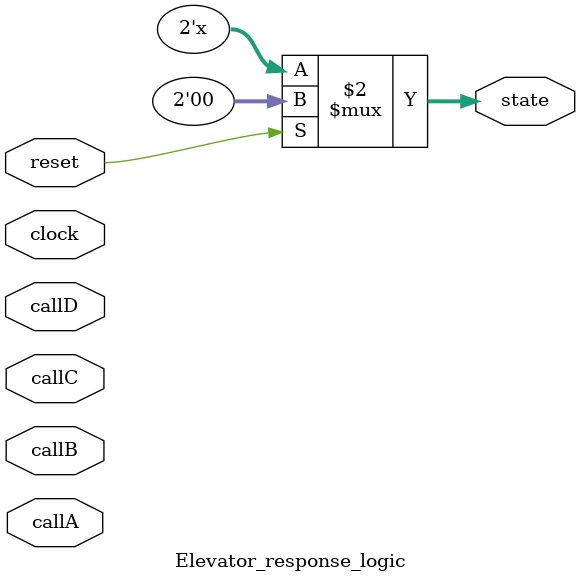
<source format=v>
`timescale 1ns / 1ps

module Elevator_response_logic(
input clock, reset, callA, callB, callC, callD,
output reg [1:0]state);

parameter A=0,B=1,C=2,D=3;
parameter UP=1,DOWN=0;
reg direction; 

always@(clock or state or callA or callB or callC or callD or direction)
begin
    if(reset)
    state <= A;
    else
    begin
        case(state)
            A : case(1)
                callA : begin state <= A; direction <= UP; end
                callB : begin state <= B; direction <= UP; end
                callC : begin state <= C; direction <= UP; end
                callD : begin state <= D; direction <= UP; end
            endcase
            
            B : case(direction)
                UP : case(1)
                    callA : state <= B;
                    callB : state <= B;
                    callC : state <= C;
                    callD : state <= D;
                endcase
                DOWN : case(1)
                    callA : state <= A;
                    callB : state <= B;
                    callC : state <= B;
                    callD : state <= B;
                endcase
            endcase
            
            C : case(direction)
                UP : case(1)
                    callA : state <= C;
                    callB : state <= C;
                    callC : state <= C;
                    callD : state <= D;
                endcase
                DOWN : case(1)
                    callA : state <= A;
                    callB : state <= B;
                    callC : state <= C;
                    callD : state <= C;
                endcase
            endcase
            
            D : case(1)
                callA : begin state <= A; direction <= DOWN; end
                callB : begin state <= B; direction <= DOWN; end
                callC : begin state <= C; direction <= DOWN; end
                callD : begin state <= D; direction <= DOWN; end
            endcase
            
        endcase
    end
end

endmodule

</source>
